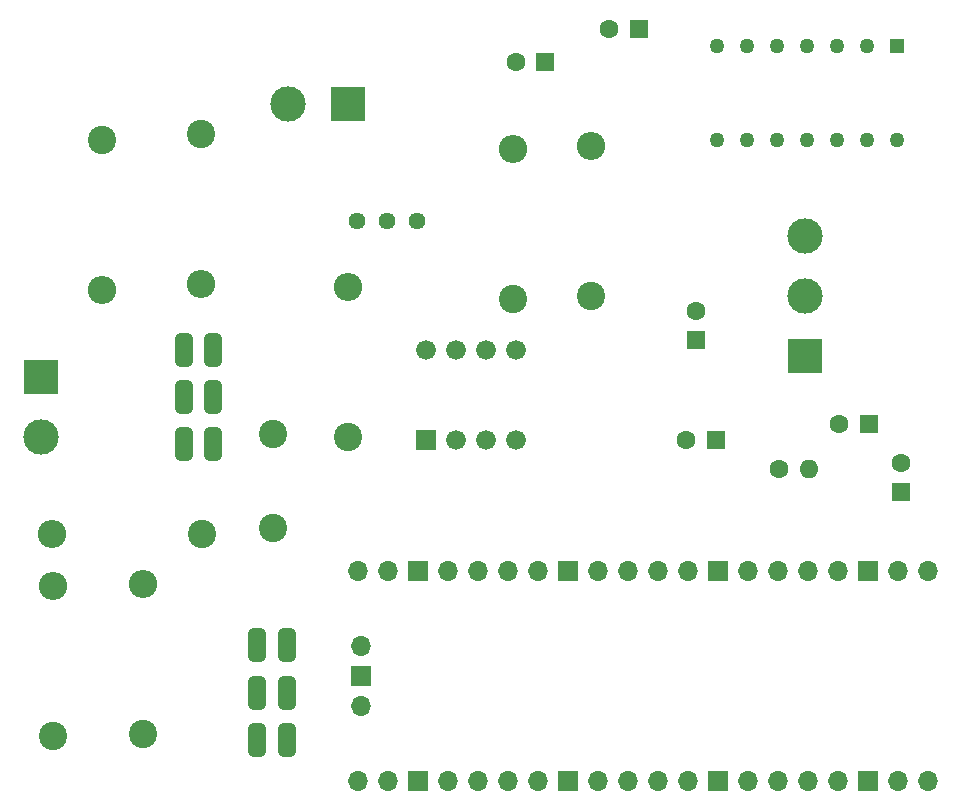
<source format=gbr>
%TF.GenerationSoftware,KiCad,Pcbnew,7.0.6*%
%TF.CreationDate,2023-07-14T20:33:36-05:00*%
%TF.ProjectId,RTD,5254442e-6b69-4636-9164-5f7063625858,rev?*%
%TF.SameCoordinates,Original*%
%TF.FileFunction,Copper,L1,Top*%
%TF.FilePolarity,Positive*%
%FSLAX46Y46*%
G04 Gerber Fmt 4.6, Leading zero omitted, Abs format (unit mm)*
G04 Created by KiCad (PCBNEW 7.0.6) date 2023-07-14 20:33:36*
%MOMM*%
%LPD*%
G01*
G04 APERTURE LIST*
G04 Aperture macros list*
%AMRoundRect*
0 Rectangle with rounded corners*
0 $1 Rounding radius*
0 $2 $3 $4 $5 $6 $7 $8 $9 X,Y pos of 4 corners*
0 Add a 4 corners polygon primitive as box body*
4,1,4,$2,$3,$4,$5,$6,$7,$8,$9,$2,$3,0*
0 Add four circle primitives for the rounded corners*
1,1,$1+$1,$2,$3*
1,1,$1+$1,$4,$5*
1,1,$1+$1,$6,$7*
1,1,$1+$1,$8,$9*
0 Add four rect primitives between the rounded corners*
20,1,$1+$1,$2,$3,$4,$5,0*
20,1,$1+$1,$4,$5,$6,$7,0*
20,1,$1+$1,$6,$7,$8,$9,0*
20,1,$1+$1,$8,$9,$2,$3,0*%
G04 Aperture macros list end*
%TA.AperFunction,ComponentPad*%
%ADD10C,2.400000*%
%TD*%
%TA.AperFunction,ComponentPad*%
%ADD11O,2.400000X2.400000*%
%TD*%
%TA.AperFunction,ComponentPad*%
%ADD12R,3.000000X3.000000*%
%TD*%
%TA.AperFunction,ComponentPad*%
%ADD13C,3.000000*%
%TD*%
%TA.AperFunction,ComponentPad*%
%ADD14R,1.676400X1.676400*%
%TD*%
%TA.AperFunction,ComponentPad*%
%ADD15C,1.676400*%
%TD*%
%TA.AperFunction,ComponentPad*%
%ADD16R,1.600000X1.600000*%
%TD*%
%TA.AperFunction,ComponentPad*%
%ADD17C,1.600000*%
%TD*%
%TA.AperFunction,ComponentPad*%
%ADD18RoundRect,0.375000X0.375000X-1.025000X0.375000X1.025000X-0.375000X1.025000X-0.375000X-1.025000X0*%
%TD*%
%TA.AperFunction,ComponentPad*%
%ADD19RoundRect,0.375000X-0.375000X1.025000X-0.375000X-1.025000X0.375000X-1.025000X0.375000X1.025000X0*%
%TD*%
%TA.AperFunction,ComponentPad*%
%ADD20O,1.600000X1.600000*%
%TD*%
%TA.AperFunction,ComponentPad*%
%ADD21C,1.440000*%
%TD*%
%TA.AperFunction,ComponentPad*%
%ADD22R,1.170000X1.170000*%
%TD*%
%TA.AperFunction,ComponentPad*%
%ADD23C,1.270000*%
%TD*%
%TA.AperFunction,ComponentPad*%
%ADD24O,1.700000X1.700000*%
%TD*%
%TA.AperFunction,ComponentPad*%
%ADD25R,1.700000X1.700000*%
%TD*%
G04 APERTURE END LIST*
D10*
%TO.P,R9,1*%
%TO.N,Net-(R7-Pad2)*%
X100000000Y-112180000D03*
D11*
%TO.P,R9,2*%
%TO.N,GND*%
X100000000Y-99480000D03*
%TD*%
D12*
%TO.P,J3,1,Pin_1*%
%TO.N,GND*%
X124968000Y-58674000D03*
D13*
%TO.P,J3,2,Pin_2*%
%TO.N,+5V*%
X119888000Y-58674000D03*
%TD*%
D12*
%TO.P,J2,1,Pin_1*%
%TO.N,GND*%
X163690000Y-79990000D03*
D13*
%TO.P,J2,2,Pin_2*%
%TO.N,VEE*%
X163690000Y-74910000D03*
%TO.P,J2,3,Pin_3*%
%TO.N,VCC*%
X163690000Y-69830000D03*
%TD*%
D14*
%TO.P,U1,1,Rg*%
%TO.N,Net-(RV1-Pad2)*%
X131572000Y-87122000D03*
D15*
%TO.P,U1,2,-*%
%TO.N,Net-(U1--)*%
X134112000Y-87122000D03*
%TO.P,U1,3,+*%
%TO.N,Net-(SW1A-B)*%
X136652000Y-87122000D03*
%TO.P,U1,4,V-*%
%TO.N,VEE*%
X139192000Y-87122000D03*
%TO.P,U1,5,Ref*%
%TO.N,GND*%
X139192000Y-79502000D03*
%TO.P,U1,6*%
%TO.N,Net-(R5-Pad1)*%
X136652000Y-79502000D03*
%TO.P,U1,7,V+*%
%TO.N,VCC*%
X134112000Y-79502000D03*
%TO.P,U1,8,Rg*%
%TO.N,Net-(RV1-Pad3)*%
X131572000Y-79502000D03*
%TD*%
D16*
%TO.P,C6,1*%
%TO.N,GND*%
X156145113Y-87122000D03*
D17*
%TO.P,C6,2*%
%TO.N,VEE*%
X153645113Y-87122000D03*
%TD*%
D10*
%TO.P,R2,1*%
%TO.N,+5V*%
X112522000Y-61214000D03*
D11*
%TO.P,R2,2*%
%TO.N,Net-(U1--)*%
X112522000Y-73914000D03*
%TD*%
D10*
%TO.P,R7,1*%
%TO.N,Net-(SW2A-A)*%
X107650000Y-112030000D03*
D11*
%TO.P,R7,2*%
%TO.N,Net-(R7-Pad2)*%
X107650000Y-99330000D03*
%TD*%
D12*
%TO.P,J1,1,Pin_1*%
%TO.N,Net-(J1-Pin_1)*%
X98982050Y-81812000D03*
D13*
%TO.P,J1,2,Pin_2*%
%TO.N,GND*%
X98982050Y-86892000D03*
%TD*%
D10*
%TO.P,R3,1*%
%TO.N,Net-(U1--)*%
X124968000Y-86868000D03*
D11*
%TO.P,R3,2*%
%TO.N,GND*%
X124968000Y-74168000D03*
%TD*%
D18*
%TO.P,SW1,6,C*%
%TO.N,unconnected-(SW1B-C-Pad6)*%
X113582050Y-79502000D03*
%TO.P,SW1,5,B*%
%TO.N,Net-(SW1B-B)*%
X113582050Y-83502000D03*
D19*
%TO.P,SW1,4,A*%
%TO.N,Net-(SW1B-A)*%
X113582050Y-87502000D03*
D18*
%TO.P,SW1,3,C*%
%TO.N,Net-(J1-Pin_1)*%
X111082050Y-79502000D03*
%TO.P,SW1,2,B*%
%TO.N,Net-(SW1A-B)*%
X111082050Y-83502000D03*
%TO.P,SW1,1,A*%
%TO.N,Net-(SW1A-A)*%
X111082050Y-87502000D03*
%TD*%
D17*
%TO.P,R8,1*%
%TO.N,Net-(U3-ADC_VREF)*%
X161500000Y-89550000D03*
D20*
%TO.P,R8,2*%
%TO.N,Net-(U3-3V3)*%
X164040000Y-89550000D03*
%TD*%
D16*
%TO.P,C2,1*%
%TO.N,Net-(U2A-+)*%
X169080000Y-85730000D03*
D17*
%TO.P,C2,2*%
%TO.N,GND*%
X166580000Y-85730000D03*
%TD*%
D16*
%TO.P,C1,1*%
%TO.N,Net-(U2A--)*%
X149606000Y-52324000D03*
D17*
%TO.P,C1,2*%
%TO.N,Net-(C1-Pad2)*%
X147106000Y-52324000D03*
%TD*%
D21*
%TO.P,RV1,1,1*%
%TO.N,unconnected-(RV1-Pad1)*%
X125730000Y-68580000D03*
%TO.P,RV1,2,2*%
%TO.N,Net-(RV1-Pad2)*%
X128270000Y-68580000D03*
%TO.P,RV1,3,3*%
%TO.N,Net-(RV1-Pad3)*%
X130810000Y-68580000D03*
%TD*%
D10*
%TO.P,R6,1*%
%TO.N,Net-(SW2A-C)*%
X112680000Y-95090000D03*
D11*
%TO.P,R6,2*%
%TO.N,GND*%
X99980000Y-95090000D03*
%TD*%
D16*
%TO.P,C3,1*%
%TO.N,Net-(U2A--)*%
X141692000Y-55118000D03*
D17*
%TO.P,C3,2*%
%TO.N,Net-(C1-Pad2)*%
X139192000Y-55118000D03*
%TD*%
D16*
%TO.P,C4,1*%
%TO.N,VCC*%
X154432000Y-78700000D03*
D17*
%TO.P,C4,2*%
%TO.N,GND*%
X154432000Y-76200000D03*
%TD*%
D10*
%TO.P,R4,1*%
%TO.N,Net-(C1-Pad2)*%
X145542000Y-74930000D03*
D11*
%TO.P,R4,2*%
%TO.N,Net-(U2A-+)*%
X145542000Y-62230000D03*
%TD*%
D22*
%TO.P,U2,1*%
%TO.N,Net-(U2A--)*%
X171460000Y-53802500D03*
D23*
%TO.P,U2,2,-*%
X168920000Y-53802500D03*
%TO.P,U2,3,+*%
%TO.N,Net-(U2A-+)*%
X166380000Y-53802500D03*
%TO.P,U2,4,V+*%
%TO.N,VCC*%
X163840000Y-53802500D03*
%TO.P,U2,5*%
%TO.N,N/C*%
X161300000Y-53802500D03*
%TO.P,U2,6*%
X158760000Y-53802500D03*
%TO.P,U2,7*%
X156220000Y-53802500D03*
%TO.P,U2,8*%
X156220000Y-61742500D03*
%TO.P,U2,9*%
X158760000Y-61742500D03*
%TO.P,U2,10*%
X161300000Y-61742500D03*
%TO.P,U2,11,V-*%
%TO.N,VEE*%
X163840000Y-61742500D03*
%TO.P,U2,12*%
%TO.N,N/C*%
X166380000Y-61742500D03*
%TO.P,U2,13*%
X168920000Y-61742500D03*
%TO.P,U2,14*%
X171460000Y-61742500D03*
%TD*%
D10*
%TO.P,R5,1*%
%TO.N,Net-(R5-Pad1)*%
X138938000Y-75184000D03*
D11*
%TO.P,R5,2*%
%TO.N,Net-(C1-Pad2)*%
X138938000Y-62484000D03*
%TD*%
D10*
%TO.P,JP1,2,B*%
%TO.N,Net-(JP1-B)*%
X118618000Y-86614000D03*
%TO.P,JP1,1,A*%
%TO.N,Net-(JP1-A)*%
X118618000Y-94614000D03*
%TD*%
D18*
%TO.P,SW2,1,A*%
%TO.N,Net-(SW2A-A)*%
X117330000Y-112520000D03*
%TO.P,SW2,2,B*%
%TO.N,Net-(SW1A-A)*%
X117330000Y-108520000D03*
%TO.P,SW2,3,C*%
%TO.N,Net-(SW2A-C)*%
X117330000Y-104520000D03*
D19*
%TO.P,SW2,4,A*%
%TO.N,Net-(SW2B-A)*%
X119830000Y-112520000D03*
D18*
%TO.P,SW2,5,B*%
%TO.N,Net-(SW1B-A)*%
X119830000Y-108520000D03*
%TO.P,SW2,6,C*%
%TO.N,Net-(JP1-A)*%
X119830000Y-104520000D03*
%TD*%
D10*
%TO.P,R1,1*%
%TO.N,+5V*%
X104140000Y-61722000D03*
D11*
%TO.P,R1,2*%
%TO.N,Net-(SW1A-B)*%
X104140000Y-74422000D03*
%TD*%
D16*
%TO.P,C5,1*%
%TO.N,Net-(U3-VBUS)*%
X171820000Y-91550000D03*
D17*
%TO.P,C5,2*%
%TO.N,Net-(C5-Pad2)*%
X171820000Y-89050000D03*
%TD*%
D24*
%TO.P,U3,1,GPIO0*%
%TO.N,unconnected-(U3-GPIO0-Pad1)*%
X174120000Y-115970000D03*
%TO.P,U3,2,GPIO1*%
%TO.N,unconnected-(U3-GPIO1-Pad2)*%
X171580000Y-115970000D03*
D25*
%TO.P,U3,3,GND*%
%TO.N,unconnected-(U3-GND-Pad3)*%
X169040000Y-115970000D03*
D24*
%TO.P,U3,4,GPIO2*%
%TO.N,unconnected-(U3-GPIO2-Pad4)*%
X166500000Y-115970000D03*
%TO.P,U3,5,GPIO3*%
%TO.N,unconnected-(U3-GPIO3-Pad5)*%
X163960000Y-115970000D03*
%TO.P,U3,6,GPIO4*%
%TO.N,unconnected-(U3-GPIO4-Pad6)*%
X161420000Y-115970000D03*
%TO.P,U3,7,GPIO5*%
%TO.N,unconnected-(U3-GPIO5-Pad7)*%
X158880000Y-115970000D03*
D25*
%TO.P,U3,8,GND*%
%TO.N,unconnected-(U3-GND-Pad8)*%
X156340000Y-115970000D03*
D24*
%TO.P,U3,9,GPIO6*%
%TO.N,unconnected-(U3-GPIO6-Pad9)*%
X153800000Y-115970000D03*
%TO.P,U3,10,GPIO7*%
%TO.N,unconnected-(U3-GPIO7-Pad10)*%
X151260000Y-115970000D03*
%TO.P,U3,11,GPIO8*%
%TO.N,unconnected-(U3-GPIO8-Pad11)*%
X148720000Y-115970000D03*
%TO.P,U3,12,GPIO9*%
%TO.N,unconnected-(U3-GPIO9-Pad12)*%
X146180000Y-115970000D03*
D25*
%TO.P,U3,13,GND*%
%TO.N,unconnected-(U3-GND-Pad13)*%
X143640000Y-115970000D03*
D24*
%TO.P,U3,14,GPIO10*%
%TO.N,unconnected-(U3-GPIO10-Pad14)*%
X141100000Y-115970000D03*
%TO.P,U3,15,GPIO11*%
%TO.N,unconnected-(U3-GPIO11-Pad15)*%
X138560000Y-115970000D03*
%TO.P,U3,16,GPIO12*%
%TO.N,unconnected-(U3-GPIO12-Pad16)*%
X136020000Y-115970000D03*
%TO.P,U3,17,GPIO13*%
%TO.N,unconnected-(U3-GPIO13-Pad17)*%
X133480000Y-115970000D03*
D25*
%TO.P,U3,18,GND*%
%TO.N,unconnected-(U3-GND-Pad18)*%
X130940000Y-115970000D03*
D24*
%TO.P,U3,19,GPIO14*%
%TO.N,unconnected-(U3-GPIO14-Pad19)*%
X128400000Y-115970000D03*
%TO.P,U3,20,GPIO15*%
%TO.N,unconnected-(U3-GPIO15-Pad20)*%
X125860000Y-115970000D03*
%TO.P,U3,21,GPIO16*%
%TO.N,unconnected-(U3-GPIO16-Pad21)*%
X125860000Y-98190000D03*
%TO.P,U3,22,GPIO17*%
%TO.N,unconnected-(U3-GPIO17-Pad22)*%
X128400000Y-98190000D03*
D25*
%TO.P,U3,23,GND*%
%TO.N,unconnected-(U3-GND-Pad23)*%
X130940000Y-98190000D03*
D24*
%TO.P,U3,24,GPIO18*%
%TO.N,unconnected-(U3-GPIO18-Pad24)*%
X133480000Y-98190000D03*
%TO.P,U3,25,GPIO19*%
%TO.N,unconnected-(U3-GPIO19-Pad25)*%
X136020000Y-98190000D03*
%TO.P,U3,26,GPIO20*%
%TO.N,unconnected-(U3-GPIO20-Pad26)*%
X138560000Y-98190000D03*
%TO.P,U3,27,GPIO21*%
%TO.N,Net-(SW2B-A)*%
X141100000Y-98190000D03*
D25*
%TO.P,U3,28,GND*%
%TO.N,Net-(SW1B-B)*%
X143640000Y-98190000D03*
D24*
%TO.P,U3,29,GPIO22*%
%TO.N,Net-(JP1-B)*%
X146180000Y-98190000D03*
%TO.P,U3,30,RUN*%
%TO.N,unconnected-(U3-RUN-Pad30)*%
X148720000Y-98190000D03*
%TO.P,U3,31,GPIO26_ADC0*%
%TO.N,unconnected-(U3-GPIO26_ADC0-Pad31)*%
X151260000Y-98190000D03*
%TO.P,U3,32,GPIO27_ADC1*%
%TO.N,unconnected-(U3-GPIO27_ADC1-Pad32)*%
X153800000Y-98190000D03*
D25*
%TO.P,U3,33,AGND*%
%TO.N,GND*%
X156340000Y-98190000D03*
D24*
%TO.P,U3,34,GPIO28_ADC2*%
%TO.N,Net-(U2A--)*%
X158880000Y-98190000D03*
%TO.P,U3,35,ADC_VREF*%
%TO.N,Net-(U3-ADC_VREF)*%
X161420000Y-98190000D03*
%TO.P,U3,36,3V3*%
%TO.N,Net-(U3-3V3)*%
X163960000Y-98190000D03*
%TO.P,U3,37,3V3_EN*%
%TO.N,unconnected-(U3-3V3_EN-Pad37)*%
X166500000Y-98190000D03*
D25*
%TO.P,U3,38,GND*%
%TO.N,Net-(C5-Pad2)*%
X169040000Y-98190000D03*
D24*
%TO.P,U3,39,VSYS*%
%TO.N,Net-(U3-VBUS)*%
X171580000Y-98190000D03*
%TO.P,U3,40,VBUS*%
X174120000Y-98190000D03*
%TO.P,U3,41,SWCLK*%
%TO.N,unconnected-(U3-SWCLK-Pad41)*%
X126090000Y-109620000D03*
D25*
%TO.P,U3,42,GND*%
%TO.N,unconnected-(U3-GND-Pad42)*%
X126090000Y-107080000D03*
D24*
%TO.P,U3,43,SWDIO*%
%TO.N,unconnected-(U3-SWDIO-Pad43)*%
X126090000Y-104540000D03*
%TD*%
M02*

</source>
